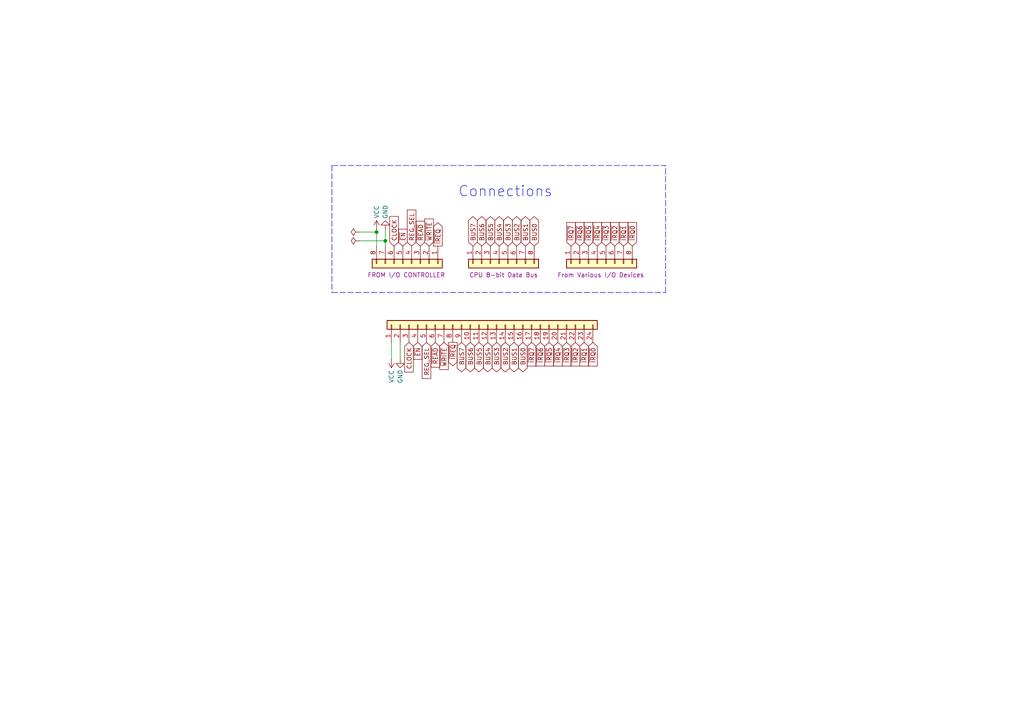
<source format=kicad_sch>
(kicad_sch (version 20211123) (generator eeschema)
  (paper "A4")
  (lib_symbols
    (symbol "Connector_Generic:Conn_01x08" (pin_names (offset 1.016) hide)
      (property "Reference" "J" (at 0 10.16 0))
      (property "Value" "Conn_01x08" (at 0 -12.7 0))
      (symbol "Conn_01x08_1_1"
        (rectangle (start -1.27 -10.033) (end 0 -10.287) (stroke (width 0.1524)))
        (rectangle (start -1.27 -7.493) (end 0 -7.747) (stroke (width 0.1524)))
        (rectangle (start -1.27 -4.953) (end 0 -5.207) (stroke (width 0.1524)))
        (rectangle (start -1.27 -2.413) (end 0 -2.667) (stroke (width 0.1524)))
        (rectangle (start -1.27 0.127) (end 0 -0.127) (stroke (width 0.1524)))
        (rectangle (start -1.27 2.667) (end 0 2.413) (stroke (width 0.1524)))
        (rectangle (start -1.27 5.207) (end 0 4.953) (stroke (width 0.1524)))
        (rectangle (start -1.27 7.747) (end 0 7.493) (stroke (width 0.1524)))
        (rectangle (start -1.27 8.89) (end 1.27 -11.43) (stroke (width 0.254)) (fill (type background)))
        (pin passive line (at -5.08 7.62 0) (length 3.81) (name "Pin_1") (number "1"))
        (pin passive line (at -5.08 5.08 0) (length 3.81) (name "Pin_2") (number "2"))
        (pin passive line (at -5.08 2.54 0) (length 3.81) (name "Pin_3") (number "3"))
        (pin passive line (at -5.08 0 0) (length 3.81) (name "Pin_4") (number "4"))
        (pin passive line (at -5.08 -2.54 0) (length 3.81) (name "Pin_5") (number "5"))
        (pin passive line (at -5.08 -5.08 0) (length 3.81) (name "Pin_6") (number "6"))
        (pin passive line (at -5.08 -7.62 0) (length 3.81) (name "Pin_7") (number "7"))
        (pin passive line (at -5.08 -10.16 0) (length 3.81) (name "Pin_8") (number "8"))
      )
    )
    (symbol "Connector_Generic:Conn_01x24" (pin_names (offset 1.016) hide)
      (property "Reference" "J" (at 0 30.48 0))
      (property "Value" "Conn_01x24" (at 0 -33.02 0))
      (symbol "Conn_01x24_1_1"
        (rectangle (start -1.27 -30.353) (end 0 -30.607) (stroke (width 0.1524)))
        (rectangle (start -1.27 -27.813) (end 0 -28.067) (stroke (width 0.1524)))
        (rectangle (start -1.27 -25.273) (end 0 -25.527) (stroke (width 0.1524)))
        (rectangle (start -1.27 -22.733) (end 0 -22.987) (stroke (width 0.1524)))
        (rectangle (start -1.27 -20.193) (end 0 -20.447) (stroke (width 0.1524)))
        (rectangle (start -1.27 -17.653) (end 0 -17.907) (stroke (width 0.1524)))
        (rectangle (start -1.27 -15.113) (end 0 -15.367) (stroke (width 0.1524)))
        (rectangle (start -1.27 -12.573) (end 0 -12.827) (stroke (width 0.1524)))
        (rectangle (start -1.27 -10.033) (end 0 -10.287) (stroke (width 0.1524)))
        (rectangle (start -1.27 -7.493) (end 0 -7.747) (stroke (width 0.1524)))
        (rectangle (start -1.27 -4.953) (end 0 -5.207) (stroke (width 0.1524)))
        (rectangle (start -1.27 -2.413) (end 0 -2.667) (stroke (width 0.1524)))
        (rectangle (start -1.27 0.127) (end 0 -0.127) (stroke (width 0.1524)))
        (rectangle (start -1.27 2.667) (end 0 2.413) (stroke (width 0.1524)))
        (rectangle (start -1.27 5.207) (end 0 4.953) (stroke (width 0.1524)))
        (rectangle (start -1.27 7.747) (end 0 7.493) (stroke (width 0.1524)))
        (rectangle (start -1.27 10.287) (end 0 10.033) (stroke (width 0.1524)))
        (rectangle (start -1.27 12.827) (end 0 12.573) (stroke (width 0.1524)))
        (rectangle (start -1.27 15.367) (end 0 15.113) (stroke (width 0.1524)))
        (rectangle (start -1.27 17.907) (end 0 17.653) (stroke (width 0.1524)))
        (rectangle (start -1.27 20.447) (end 0 20.193) (stroke (width 0.1524)))
        (rectangle (start -1.27 22.987) (end 0 22.733) (stroke (width 0.1524)))
        (rectangle (start -1.27 25.527) (end 0 25.273) (stroke (width 0.1524)))
        (rectangle (start -1.27 28.067) (end 0 27.813) (stroke (width 0.1524)))
        (rectangle (start -1.27 29.21) (end 1.27 -31.75) (stroke (width 0.254)) (fill (type background)))
        (pin passive line (at -5.08 27.94 0) (length 3.81) (name "Pin_1") (number "1"))
        (pin passive line (at -5.08 5.08 0) (length 3.81) (name "Pin_10") (number "10"))
        (pin passive line (at -5.08 2.54 0) (length 3.81) (name "Pin_11") (number "11"))
        (pin passive line (at -5.08 0 0) (length 3.81) (name "Pin_12") (number "12"))
        (pin passive line (at -5.08 -2.54 0) (length 3.81) (name "Pin_13") (number "13"))
        (pin passive line (at -5.08 -5.08 0) (length 3.81) (name "Pin_14") (number "14"))
        (pin passive line (at -5.08 -7.62 0) (length 3.81) (name "Pin_15") (number "15"))
        (pin passive line (at -5.08 -10.16 0) (length 3.81) (name "Pin_16") (number "16"))
        (pin passive line (at -5.08 -12.7 0) (length 3.81) (name "Pin_17") (number "17"))
        (pin passive line (at -5.08 -15.24 0) (length 3.81) (name "Pin_18") (number "18"))
        (pin passive line (at -5.08 -17.78 0) (length 3.81) (name "Pin_19") (number "19"))
        (pin passive line (at -5.08 25.4 0) (length 3.81) (name "Pin_2") (number "2"))
        (pin passive line (at -5.08 -20.32 0) (length 3.81) (name "Pin_20") (number "20"))
        (pin passive line (at -5.08 -22.86 0) (length 3.81) (name "Pin_21") (number "21"))
        (pin passive line (at -5.08 -25.4 0) (length 3.81) (name "Pin_22") (number "22"))
        (pin passive line (at -5.08 -27.94 0) (length 3.81) (name "Pin_23") (number "23"))
        (pin passive line (at -5.08 -30.48 0) (length 3.81) (name "Pin_24") (number "24"))
        (pin passive line (at -5.08 22.86 0) (length 3.81) (name "Pin_3") (number "3"))
        (pin passive line (at -5.08 20.32 0) (length 3.81) (name "Pin_4") (number "4"))
        (pin passive line (at -5.08 17.78 0) (length 3.81) (name "Pin_5") (number "5"))
        (pin passive line (at -5.08 15.24 0) (length 3.81) (name "Pin_6") (number "6"))
        (pin passive line (at -5.08 12.7 0) (length 3.81) (name "Pin_7") (number "7"))
        (pin passive line (at -5.08 10.16 0) (length 3.81) (name "Pin_8") (number "8"))
        (pin passive line (at -5.08 7.62 0) (length 3.81) (name "Pin_9") (number "9"))
      )
    )
    (symbol "power:GND" (power) (pin_names (offset 0))
      (property "Value" "GND" (at 0 -3.81 0))
      (symbol "GND_0_1"
        (polyline (pts (xy 0 0) (xy 0 -1.27) (xy 1.27 -1.27) (xy 0 -2.54) (xy -1.27 -1.27) (xy 0 -1.27)))
      )
      (symbol "GND_1_1"
        (pin power_in line (at 0 0 270) (length 0) hide (name "GND") (number "1"))
      )
    )
    (symbol "power:PWR_FLAG" (power) (pin_numbers hide) (pin_names (offset 0) hide)
      (property "Value" "PWR_FLAG" (at 0 3.81 0))
      (symbol "PWR_FLAG_0_0"
        (pin power_out line (at 0 0 90) (length 0) (name "pwr") (number "1"))
      )
      (symbol "PWR_FLAG_0_1"
        (polyline (pts (xy 0 0) (xy 0 1.27) (xy -1.016 1.905) (xy 0 2.54) (xy 1.016 1.905) (xy 0 1.27)))
      )
    )
    (symbol "power:VCC" (power) (pin_names (offset 0))
      (property "Value" "VCC" (at 0 3.81 0))
      (symbol "VCC_0_1"
        (polyline (pts (xy -0.762 1.27) (xy 0 2.54)))
        (polyline (pts (xy 0 0) (xy 0 2.54)))
        (polyline (pts (xy 0 2.54) (xy 0.762 1.27)))
      )
      (symbol "VCC_1_1"
        (pin power_in line (at 0 0 90) (length 0) hide (name "VCC") (number "1"))
      )
    )
  )
  (junction (at 109.22 67.31))
  (junction (at 111.76 69.85))
  (wire (pts (xy 116.078 99.314) (xy 116.078 104.14)))
  (wire (pts (xy 111.76 66.548) (xy 111.76 69.85)))
  (polyline (pts (xy 96.266 48.006) (xy 96.266 84.836)))
  (wire (pts (xy 113.538 99.314) (xy 113.538 104.14)))
  (wire (pts (xy 109.22 67.31) (xy 109.22 71.374)))
  (wire (pts (xy 111.76 69.85) (xy 104.394 69.85)))
  (polyline (pts (xy 139.192 48.006) (xy 96.266 48.006)))
  (wire (pts (xy 109.22 66.548) (xy 109.22 67.31)))
  (wire (pts (xy 111.76 69.85) (xy 111.76 71.374)))
  (polyline (pts (xy 96.266 84.836) (xy 193.04 84.836)))
  (polyline (pts (xy 139.192 48.006) (xy 193.04 48.006)))
  (polyline (pts (xy 193.04 84.836) (xy 193.04 48.006)))
  (wire (pts (xy 104.394 67.31) (xy 109.22 67.31)))
  (text "Connections" (at 132.842 57.404 0) (effects (font (size 3 3)) (justify left bottom)))
  (global_label "~{IRQ2}" (shape input) (at 178.308 71.374 90) (property "Intersheet References" "${INTERSHEET_REFS}" (effects hide)))
  (global_label "BUS2" (shape tri_state) (at 149.86 71.374 90) (property "Intersheet References" "${INTERSHEET_REFS}" (effects hide)))
  (global_label "BUS7" (shape tri_state) (at 133.858 99.314 270) (property "Intersheet References" "${INTERSHEET_REFS}" (effects hide)))
  (global_label "BUS3" (shape tri_state) (at 144.018 99.314 270) (property "Intersheet References" "${INTERSHEET_REFS}" (effects hide)))
  (global_label "BUS6" (shape tri_state) (at 136.398 99.314 270) (property "Intersheet References" "${INTERSHEET_REFS}" (effects hide)))
  (global_label "BUS5" (shape tri_state) (at 142.24 71.374 90) (property "Intersheet References" "${INTERSHEET_REFS}" (effects hide)))
  (global_label "~{IRQ3}" (shape input) (at 175.768 71.374 90) (property "Intersheet References" "${INTERSHEET_REFS}" (effects hide)))
  (global_label "~{IRQ6}" (shape input) (at 156.718 99.314 270) (property "Intersheet References" "${INTERSHEET_REFS}" (effects hide)))
  (global_label "~{IREQ}" (shape output) (at 127 71.374 90) (property "Intersheet References" "${INTERSHEET_REFS}" (effects hide)))
  (global_label "~{IRQ0}" (shape input) (at 171.958 99.314 270) (property "Intersheet References" "${INTERSHEET_REFS}" (effects hide)))
  (global_label "REG_SEL" (shape input) (at 119.38 71.374 90) (property "Intersheet References" "${INTERSHEET_REFS}" (effects hide)))
  (global_label "BUS7" (shape tri_state) (at 137.16 71.374 90) (property "Intersheet References" "${INTERSHEET_REFS}" (effects hide)))
  (global_label "~{IRQ0}" (shape input) (at 183.388 71.374 90) (property "Intersheet References" "${INTERSHEET_REFS}" (effects hide)))
  (global_label "CLOCK" (shape input) (at 118.618 99.314 270) (property "Intersheet References" "${INTERSHEET_REFS}" (effects hide)))
  (global_label "BUS3" (shape tri_state) (at 147.32 71.374 90) (property "Intersheet References" "${INTERSHEET_REFS}" (effects hide)))
  (global_label "~{IRQ4}" (shape input) (at 161.798 99.314 270) (property "Intersheet References" "${INTERSHEET_REFS}" (effects hide)))
  (global_label "~{IRQ7}" (shape input) (at 154.178 99.314 270) (property "Intersheet References" "${INTERSHEET_REFS}" (effects hide)))
  (global_label "REG_SEL" (shape input) (at 123.698 99.314 270) (property "Intersheet References" "${INTERSHEET_REFS}" (effects hide)))
  (global_label "BUS1" (shape tri_state) (at 149.098 99.314 270) (property "Intersheet References" "${INTERSHEET_REFS}" (effects hide)))
  (global_label "BUS1" (shape tri_state) (at 152.4 71.374 90) (property "Intersheet References" "${INTERSHEET_REFS}" (effects hide)))
  (global_label "~{IRQ5}" (shape input) (at 170.688 71.374 90) (property "Intersheet References" "${INTERSHEET_REFS}" (effects hide)))
  (global_label "CLOCK" (shape input) (at 114.3 71.374 90) (property "Intersheet References" "${INTERSHEET_REFS}" (effects hide)))
  (global_label "~{EN}" (shape input) (at 116.84 71.374 90) (property "Intersheet References" "${INTERSHEET_REFS}" (effects hide)))
  (global_label "BUS6" (shape tri_state) (at 139.7 71.374 90) (property "Intersheet References" "${INTERSHEET_REFS}" (effects hide)))
  (global_label "~{IRQ4}" (shape input) (at 173.228 71.374 90) (property "Intersheet References" "${INTERSHEET_REFS}" (effects hide)))
  (global_label "~{READ}" (shape input) (at 121.92 71.374 90) (property "Intersheet References" "${INTERSHEET_REFS}" (effects hide)))
  (global_label "BUS0" (shape tri_state) (at 151.638 99.314 270) (property "Intersheet References" "${INTERSHEET_REFS}" (effects hide)))
  (global_label "BUS4" (shape tri_state) (at 144.78 71.374 90) (property "Intersheet References" "${INTERSHEET_REFS}" (effects hide)))
  (global_label "BUS5" (shape tri_state) (at 138.938 99.314 270) (property "Intersheet References" "${INTERSHEET_REFS}" (effects hide)))
  (global_label "~{IRQ1}" (shape input) (at 169.418 99.314 270) (property "Intersheet References" "${INTERSHEET_REFS}" (effects hide)))
  (global_label "~{IREQ}" (shape output) (at 131.318 99.314 270) (property "Intersheet References" "${INTERSHEET_REFS}" (effects hide)))
  (global_label "BUS4" (shape tri_state) (at 141.478 99.314 270) (property "Intersheet References" "${INTERSHEET_REFS}" (effects hide)))
  (global_label "BUS0" (shape tri_state) (at 154.94 71.374 90) (property "Intersheet References" "${INTERSHEET_REFS}" (effects hide)))
  (global_label "~{IRQ1}" (shape input) (at 180.848 71.374 90) (property "Intersheet References" "${INTERSHEET_REFS}" (effects hide)))
  (global_label "~{EN}" (shape input) (at 121.158 99.314 270) (property "Intersheet References" "${INTERSHEET_REFS}" (effects hide)))
  (global_label "~{IRQ2}" (shape input) (at 166.878 99.314 270) (property "Intersheet References" "${INTERSHEET_REFS}" (effects hide)))
  (global_label "~{IRQ7}" (shape input) (at 165.608 71.374 90) (property "Intersheet References" "${INTERSHEET_REFS}" (effects hide)))
  (global_label "~{READ}" (shape input) (at 126.238 99.314 270) (property "Intersheet References" "${INTERSHEET_REFS}" (effects hide)))
  (global_label "~{IRQ6}" (shape input) (at 168.148 71.374 90) (property "Intersheet References" "${INTERSHEET_REFS}" (effects hide)))
  (global_label "~{IRQ5}" (shape input) (at 159.258 99.314 270) (property "Intersheet References" "${INTERSHEET_REFS}" (effects hide)))
  (global_label "~{WRITE}" (shape input) (at 128.778 99.314 270) (property "Intersheet References" "${INTERSHEET_REFS}" (effects hide)))
  (global_label "BUS2" (shape tri_state) (at 146.558 99.314 270) (property "Intersheet References" "${INTERSHEET_REFS}" (effects hide)))
  (global_label "~{WRITE}" (shape input) (at 124.46 71.374 90) (property "Intersheet References" "${INTERSHEET_REFS}" (effects hide)))
  (global_label "~{IRQ3}" (shape input) (at 164.338 99.314 270) (property "Intersheet References" "${INTERSHEET_REFS}" (effects hide)))
  (symbol (lib_id "power:VCC") (at 109.22 66.548 0) (unit 1)
    (property "Reference" "#PWR01" (effects hide))
    (property "Value" "VCC" (at 109.22 61.468 90))
  )
  (symbol (lib_id "Connector_Generic:Conn_01x08") (at 119.38 76.454 270) (unit 1)
    (property "Reference" "J1" (effects hide))
    (property "Value" "Conn_01x08" (effects hide))
    (property "Footprint" "Connector_PinSocket_2.54mm:PinSocket_1x08_P2.54mm_Vertical" (effects hide))
    (property "Field4" "FROM I/O CONTROLLER" (at 117.856 79.756 90))
  )
  (symbol (lib_id "Connector_Generic:Conn_01x08") (at 144.78 76.454 90) (mirror x) (unit 1)
    (property "Reference" "J3" (effects hide))
    (property "Value" "Conn_01x08" (effects hide))
    (property "Footprint" "Connector_PinSocket_2.54mm:PinSocket_1x08_P2.54mm_Vertical" (effects hide))
    (property "Field4" "CPU 8-bit Data Bus" (at 146.05 79.756 90))
  )
  (symbol (lib_id "power:PWR_FLAG") (at 104.394 67.31 90) (unit 1)
    (property "Reference" "#FLG01" (effects hide))
    (property "Value" "PWR_FLAG" (effects hide))
  )
  (symbol (lib_id "Connector_Generic:Conn_01x08") (at 173.228 76.454 90) (mirror x) (unit 1)
    (property "Reference" "J4" (effects hide))
    (property "Value" "Conn_01x08" (effects hide))
    (property "Footprint" "Connector_PinSocket_2.54mm:PinSocket_1x08_P2.54mm_Vertical" (effects hide))
    (property "Field4" "From Various I/O Devices" (at 174.244 79.756 90))
  )
  (symbol (lib_id "power:PWR_FLAG") (at 104.394 69.85 90) (unit 1)
    (property "Reference" "#FLG02" (effects hide))
    (property "Value" "PWR_FLAG" (effects hide))
  )
  (symbol (lib_id "power:GND") (at 111.76 66.548 180) (unit 1)
    (property "Reference" "#PWR02" (effects hide))
    (property "Value" "GND" (at 111.76 61.468 90))
  )
  (symbol (lib_id "Connector_Generic:Conn_01x24") (at 141.478 94.234 90) (unit 1)
    (property "Reference" "J2" (effects hide))
    (property "Value" "Conn_01x24" (effects hide))
    (property "Footprint" "Connector_PinSocket_2.54mm:PinSocket_1x24_P2.54mm_Horizontal" (effects hide))
  )
  (symbol (lib_id "power:VCC") (at 113.538 104.14 0) (mirror x) (unit 1)
    (property "Reference" "#PWR03" (effects hide))
    (property "Value" "VCC" (at 113.538 109.22 90))
  )
  (symbol (lib_id "power:GND") (at 116.078 104.14 0) (mirror y) (unit 1)
    (property "Reference" "#PWR04" (effects hide))
    (property "Value" "GND" (at 116.078 109.22 90))
  )
)
</source>
